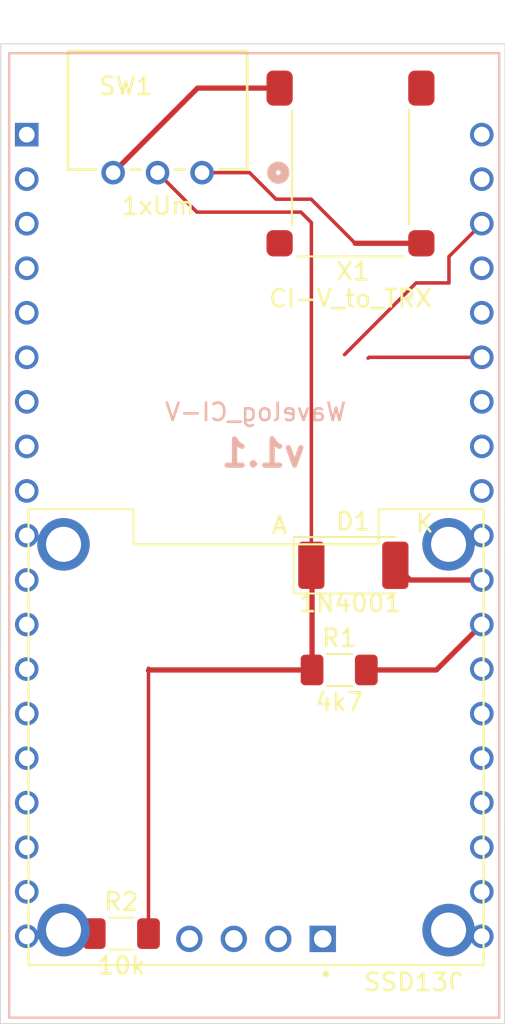
<source format=kicad_pcb>
(kicad_pcb (version 20240108) (generator "pcbnew") (generator_version "8.0")
  (layers (0 "F.Cu" signal) (31 "B.Cu" signal) (34 "B.Paste" user) (35 "F.Paste" user) (36 "B.SilkS" user "B.Silkscreen") (37 "F.SilkS" user "F.Silkscreen") (38 "B.Mask" user) (39 "F.Mask" user) (44 "Edge.Cuts" user))
  (net 0 "")
  (footprint "Resistor_SMD:R_1206_3216Metric_Pad1.30x1.75mm_HandSolder" (layer "F.Cu") (at 155.194 107.0864)
    (property "Reference" "R1" (at 0 -1.82 0) (layer "F.SilkS"))
    (property "Value" "4k7" (at 0 1.82 0) (layer "F.SilkS"))
    (fp_line (start -0.727064 -0.91) (end 0.727064 -0.91) (stroke (width 0.12)) (layer "F.SilkS"))
    (fp_line (start -0.727064 0.91) (end 0.727064 0.91) (stroke (width 0.12)) (layer "F.SilkS"))
    (pad "1" smd roundrect (at -1.55 0) (size 1.3 1.75) (layers "F.Cu" "F.Paste" "F.Mask") (roundrect_rratio 0.192308))
    (pad "2" smd roundrect (at 1.55 0) (size 1.3 1.75) (layers "F.Cu" "F.Paste" "F.Mask") (roundrect_rratio 0.192308))
  )
  (footprint "footprints:SW3_NK236W_APM" (layer "F.Cu") (at 144.8181 78.7249 180)
    (property "Reference" "SW1" (at 1.8161 4.9379 0) (layer "F.SilkS"))
    (property "Value" "1xUm" (at -0.0381 -1.8947 0) (layer "F.SilkS"))
    (fp_circle (center -6.8961 0) (end -6.5151 0) (stroke (width 0.508)) (fill none) (layer "B.SilkS"))
    (fp_line (start 5.1181 6.9294) (end 5.1181 0.173) (stroke (width 0.1524)) (layer "F.SilkS"))
    (fp_line (start 5.1181 0.173) (end 3.530851 0.173) (stroke (width 0.1524)) (layer "F.SilkS"))
    (fp_line (start 1.549149 0.173) (end 0.990851 0.173) (stroke (width 0.1524)) (layer "F.SilkS"))
    (fp_line (start -0.990851 0.173) (end -1.549149 0.173) (stroke (width 0.1524)) (layer "F.SilkS"))
    (fp_line (start -3.530851 0.173) (end -5.1181 0.173) (stroke (width 0.1524)) (layer "F.SilkS"))
    (fp_line (start -5.1181 6.9294) (end 5.1181 6.9294) (stroke (width 0.1524)) (layer "F.SilkS"))
    (fp_line (start -5.1181 0.173) (end -5.1181 6.9294) (stroke (width 0.1524)) (layer "F.SilkS"))
    (fp_circle (center -6.8961 0) (end -6.5151 0) (stroke (width 0.508)) (fill none) (layer "F.SilkS"))
    (pad "1" thru_hole circle (at 0 0 180) (size 1.3462 1.3462) (drill 0.8382) (layers "*.Cu" "*.Mask"))
    (pad "2" thru_hole circle (at -2.54 0 180) (size 1.3462 1.3462) (drill 0.8382) (layers "*.Cu" "*.Mask"))
    (pad "3" thru_hole circle (at 2.54 0 180) (size 1.3462 1.3462) (drill 0.8382) (layers "*.Cu" "*.Mask"))
  )
  (footprint "footprints:P9_DO-213AB_Melf" (layer "F.Cu") (at 153.6039 101.1174)
    (property "Reference" "D1" (at 2.4 -2.5 0) (layer "F.SilkS"))
    (property "Value" "1N4001" (at 2.2251 2.159 0) (layer "F.SilkS"))
    (fp_line (start -1.01 -1.61) (end -1.01 1.61) (stroke (width 0.12)) (layer "F.SilkS"))
    (fp_line (start -1.01 1.61) (end 4.8 1.61) (stroke (width 0.12)) (layer "F.SilkS"))
    (fp_line (start 4.8 -1.61) (end -1.01 -1.61) (stroke (width 0.12)) (layer "F.SilkS"))
    (pad "1" smd roundrect (at 0 0) (size 1.5 2.7) (layers "F.Cu" "F.Paste" "F.Mask") (roundrect_rratio 0.1666666667))
    (pad "2" smd roundrect (at 4.8 0) (size 1.5 2.7) (layers "F.Cu" "F.Paste" "F.Mask") (roundrect_rratio 0.1666666667))
  )
  (footprint "Connector_Audio:Jack_3.5mm_Lumberg_1503_02_Horizontal" (layer "F.Cu") (at 155.8404 76.4032)
    (property "Reference" "X1" (at 0.141 7.9502 0) (layer "F.SilkS"))
    (property "Value" "CI-V_to_TRX" (at 0 9.5 0) (layer "F.SilkS"))
    (fp_line (start -3.35 -1.24) (end -3.35 5.29) (stroke (width 0.12)) (layer "F.SilkS"))
    (fp_line (start 3.04 7.1) (end -3.04 7.1) (stroke (width 0.12)) (layer "F.SilkS"))
    (fp_line (start 3.35 -1.24) (end 3.35 5.29) (stroke (width 0.12)) (layer "F.SilkS"))
    (pad "" np_thru_hole circle (at -2.5 2.5) (size 1.2 1.2) (drill 1.2) (layers "F&B.Cu" "*.Mask"))
    (pad "" np_thru_hole circle (at 2.5 2.5) (size 1.2 1.2) (drill 1.2) (layers "F&B.Cu" "*.Mask"))
    (pad "R" smd roundrect (at 4.05 6.35) (size 1.5 1.5) (layers "F.Cu" "F.Paste" "F.Mask"))
    (pad "S" smd roundrect (at -4.05 6.35) (size 1.5 1.5) (layers "F.Cu" "F.Paste" "F.Mask"))
    (pad "T" smd roundrect (at -4.05 -2.5) (size 1.5 2) (layers "F.Cu" "F.Paste" "F.Mask"))
    (pad "T" smd roundrect (at 4.05 -2.5) (size 1.5 2) (layers "F.Cu" "F.Paste" "F.Mask"))
  )
  (footprint "footprints:MODULE_DM-OLED096-636" (layer "F.Cu") (at 150.4442 110.9218 180)
    (property "Reference" "SSD1306" (at -9.525 -13.97 0) (layer "F.SilkS"))
    (property "Value" "MODULE_DM-OLED096-636" (hide yes))
    (fp_line (start 13 13) (end 7 13) (stroke (width 0.127)) (layer "F.SilkS"))
    (fp_line (start 13 -13) (end 13 13) (stroke (width 0.127)) (layer "F.SilkS"))
    (fp_line (start 7 13) (end 7 11) (stroke (width 0.127)) (layer "F.SilkS"))
    (fp_line (start 7 11) (end -7 11) (stroke (width 0.127)) (layer "F.SilkS"))
    (fp_line (start -7 13) (end -13 13) (stroke (width 0.127)) (layer "F.SilkS"))
    (fp_line (start -7 11) (end -7 13) (stroke (width 0.127)) (layer "F.SilkS"))
    (fp_line (start -13 13) (end -13 -13) (stroke (width 0.127)) (layer "F.SilkS"))
    (fp_line (start -13 -13) (end 13 -13) (stroke (width 0.127)) (layer "F.SilkS"))
    (fp_circle (center -4 -13.5) (end -3.9 -13.5) (stroke (width 0.2)) (fill none) (layer "F.SilkS"))
    (pad "1" thru_hole rect (at -3.81 -11.5 180) (size 1.508 1.508) (drill 1) (layers "*.Cu" "*.Mask"))
    (pad "2" thru_hole circle (at -1.27 -11.5 180) (size 1.508 1.508) (drill 1) (layers "*.Cu" "*.Mask"))
    (pad "3" thru_hole circle (at 1.27 -11.5 180) (size 1.508 1.508) (drill 1) (layers "*.Cu" "*.Mask"))
    (pad "4" thru_hole circle (at 3.81 -11.5 180) (size 1.508 1.508) (drill 1) (layers "*.Cu" "*.Mask"))
    (pad "S1" thru_hole circle (at -11 -11 180) (size 3 3) (drill 2) (layers "*.Cu" "*.Mask"))
    (pad "S2" thru_hole circle (at 11 -11 180) (size 3 3) (drill 2) (layers "*.Cu" "*.Mask"))
    (pad "S3" thru_hole circle (at 11 11 180) (size 3 3) (drill 2) (layers "*.Cu" "*.Mask"))
    (pad "S4" thru_hole circle (at -11 11 180) (size 3 3) (drill 2) (layers "*.Cu" "*.Mask"))
  )
  (footprint "Resistor_SMD:R_1206_3216Metric_Pad1.30x1.75mm_HandSolder" (layer "F.Cu") (at 142.748 122.1232)
    (property "Reference" "R2" (at 0 -1.82 0) (layer "F.SilkS"))
    (property "Value" "10k" (at 0 1.82 0) (layer "F.SilkS"))
    (fp_line (start -0.727064 -0.91) (end 0.727064 -0.91) (stroke (width 0.12)) (layer "F.SilkS"))
    (fp_line (start -0.727064 0.91) (end 0.727064 0.91) (stroke (width 0.12)) (layer "F.SilkS"))
    (pad "1" smd roundrect (at -1.55 0) (size 1.3 1.75) (layers "F.Cu" "F.Paste" "F.Mask") (roundrect_rratio 0.192308))
    (pad "2" smd roundrect (at 1.55 0) (size 1.3 1.75) (layers "F.Cu" "F.Paste" "F.Mask") (roundrect_rratio 0.192308))
  )
  (footprint "footprints:MODULE_ESP32_NODEMCU" (layer "B.Cu") (at 150.3426 99.4156 180)
    (property "Reference" "REF**" (hide yes))
    (property "Value" "Wavelog_CI-V" (at -0.0762 7.0358 0) (layer "B.SilkS") (effects (justify mirror)))
    (fp_line (start 14 27.5) (end -14 27.5) (stroke (width 0.127)) (layer "B.SilkS"))
    (fp_line (start 14 -27.5) (end 14 27.5) (stroke (width 0.127)) (layer "B.SilkS"))
    (fp_line (start 14 -27.5) (end -14 -27.5) (stroke (width 0.127)) (layer "B.SilkS"))
    (fp_line (start -14 -27.5) (end -14 27.5) (stroke (width 0.127)) (layer "B.SilkS"))
    (pad "" np_thru_hole circle (at -12.5 -26 180) (size 2.25 2.25) (drill 2.25) (layers "*.Cu" "*.Mask"))
    (pad "" np_thru_hole circle (at -12.5 26 180) (size 2.25 2.25) (drill 2.25) (layers "*.Cu" "*.Mask"))
    (pad "" np_thru_hole circle (at 12.5 -26 180) (size 2.25 2.25) (drill 2.25) (layers "*.Cu" "*.Mask"))
    (pad "" np_thru_hole circle (at 12.5 26 180) (size 2.25 2.25) (drill 2.25) (layers "*.Cu" "*.Mask"))
    (pad "J4_1" thru_hole rect (at 13 22.86 180) (size 1.35 1.35) (drill 0.9) (layers "*.Cu" "*.Mask"))
    (pad "J4_2" thru_hole circle (at 13 20.32 180) (size 1.35 1.35) (drill 0.9) (layers "*.Cu" "*.Mask"))
    (pad "J4_3" thru_hole circle (at 13 17.78 180) (size 1.35 1.35) (drill 0.9) (layers "*.Cu" "*.Mask"))
    (pad "J4_4" thru_hole circle (at 13 15.24 180) (size 1.35 1.35) (drill 0.9) (layers "*.Cu" "*.Mask"))
    (pad "J4_5" thru_hole circle (at 13 12.7 180) (size 1.35 1.35) (drill 0.9) (layers "*.Cu" "*.Mask"))
    (pad "J4_6" thru_hole circle (at 13 10.16 180) (size 1.35 1.35) (drill 0.9) (layers "*.Cu" "*.Mask"))
    (pad "J4_7" thru_hole circle (at 13 7.62 180) (size 1.35 1.35) (drill 0.9) (layers "*.Cu" "*.Mask"))
    (pad "J4_8" thru_hole circle (at 13 5.08 180) (size 1.35 1.35) (drill 0.9) (layers "*.Cu" "*.Mask"))
    (pad "J4_9" thru_hole circle (at 13 2.54 180) (size 1.35 1.35) (drill 0.9) (layers "*.Cu" "*.Mask"))
    (pad "J4_10" thru_hole circle (at 13 0 180) (size 1.35 1.35) (drill 0.9) (layers "*.Cu" "*.Mask"))
    (pad "J4_11" thru_hole circle (at 13 -2.54 180) (size 1.35 1.35) (drill 0.9) (layers "*.Cu" "*.Mask"))
    (pad "J4_12" thru_hole circle (at 13 -5.08 180) (size 1.35 1.35) (drill 0.9) (layers "*.Cu" "*.Mask"))
    (pad "J4_13" thru_hole circle (at 13 -7.62 180) (size 1.35 1.35) (drill 0.9) (layers "*.Cu" "*.Mask"))
    (pad "J4_14" thru_hole circle (at 13 -10.16 180) (size 1.35 1.35) (drill 0.9) (layers "*.Cu" "*.Mask"))
    (pad "J4_15" thru_hole circle (at 13 -12.7 180) (size 1.35 1.35) (drill 0.9) (layers "*.Cu" "*.Mask"))
    (pad "J4_16" thru_hole circle (at 13 -15.24 180) (size 1.35 1.35) (drill 0.9) (layers "*.Cu" "*.Mask"))
    (pad "J4_17" thru_hole circle (at 13 -17.78 180) (size 1.35 1.35) (drill 0.9) (layers "*.Cu" "*.Mask"))
    (pad "J4_18" thru_hole circle (at 13 -20.32 180) (size 1.35 1.35) (drill 0.9) (layers "*.Cu" "*.Mask"))
    (pad "J4_19" thru_hole circle (at 13 -22.86 180) (size 1.35 1.35) (drill 0.9) (layers "*.Cu" "*.Mask"))
    (pad "J5_1" thru_hole circle (at -13 -22.86 180) (size 1.35 1.35) (drill 0.9) (layers "*.Cu" "*.Mask"))
    (pad "J5_2" thru_hole circle (at -13 -20.32 180) (size 1.35 1.35) (drill 0.9) (layers "*.Cu" "*.Mask"))
    (pad "J5_3" thru_hole circle (at -13 -17.78 180) (size 1.35 1.35) (drill 0.9) (layers "*.Cu" "*.Mask"))
    (pad "J5_4" thru_hole circle (at -13 -15.24 180) (size 1.35 1.35) (drill 0.9) (layers "*.Cu" "*.Mask"))
    (pad "J5_5" thru_hole circle (at -13 -12.7 180) (size 1.35 1.35) (drill 0.9) (layers "*.Cu" "*.Mask"))
    (pad "J5_6" thru_hole circle (at -13 -10.16 180) (size 1.35 1.35) (drill 0.9) (layers "*.Cu" "*.Mask"))
    (pad "J5_7" thru_hole circle (at -13 -7.62 180) (size 1.35 1.35) (drill 0.9) (layers "*.Cu" "*.Mask"))
    (pad "J5_8" thru_hole circle (at -13 -5.08 180) (size 1.35 1.35) (drill 0.9) (layers "*.Cu" "*.Mask"))
    (pad "J5_9" thru_hole circle (at -13 -2.54 180) (size 1.35 1.35) (drill 0.9) (layers "*.Cu" "*.Mask"))
    (pad "J5_10" thru_hole circle (at -13 0 180) (size 1.35 1.35) (drill 0.9) (layers "*.Cu" "*.Mask"))
    (pad "J5_11" thru_hole circle (at -13 2.54 180) (size 1.35 1.35) (drill 0.9) (layers "*.Cu" "*.Mask"))
    (pad "J5_12" thru_hole circle (at -13 5.08 180) (size 1.35 1.35) (drill 0.9) (layers "*.Cu" "*.Mask"))
    (pad "J5_13" thru_hole circle (at -13 7.62 180) (size 1.35 1.35) (drill 0.9) (layers "*.Cu" "*.Mask"))
    (pad "J5_14" thru_hole circle (at -13 10.16 180) (size 1.35 1.35) (drill 0.9) (layers "*.Cu" "*.Mask"))
    (pad "J5_15" thru_hole circle (at -13 12.7 180) (size 1.35 1.35) (drill 0.9) (layers "*.Cu" "*.Mask"))
    (pad "J5_16" thru_hole circle (at -13 15.24 180) (size 1.35 1.35) (drill 0.9) (layers "*.Cu" "*.Mask"))
    (pad "J5_17" thru_hole circle (at -13 17.78 180) (size 1.35 1.35) (drill 0.9) (layers "*.Cu" "*.Mask"))
    (pad "J5_18" thru_hole circle (at -13 20.32 180) (size 1.35 1.35) (drill 0.9) (layers "*.Cu" "*.Mask"))
    (pad "J5_19" thru_hole circle (at -13 22.86 180) (size 1.35 1.35) (drill 0.9) (layers "*.Cu" "*.Mask"))
  )
  (gr_line (start 135.8646 71.374) (end 164.6682 71.374) (stroke (width 0.05)) (layer "Edge.Cuts"))
  (gr_line (start 164.6428 127.254) (end 135.8392 127.254) (stroke (width 0.05)) (layer "Edge.Cuts"))
  (gr_line (start 164.6682 71.374) (end 164.6428 127.254) (stroke (width 0.05)) (layer "Edge.Cuts"))
  (gr_line (start 135.8392 127.254) (end 135.8646 71.374) (stroke (width 0.05)) (layer "Edge.Cuts"))
  (gr_text "v1.1" (at 153.416 95.6056 0) (layer "B.SilkS") (effects (font (size 1.5 1.5) (thickness 0.3) (bold yes)) (justify left bottom mirror)))
  (gr_text "A" (at 151.257 99.4156 0) (layer "F.SilkS") (effects (font (size 1 1)) (justify left bottom)))
  (gr_text "K" (at 159.4866 99.314 0) (layer "F.SilkS") (effects (font (size 1 1)) (justify left bottom)))
  (segment (start 147.3581 78.7249) (end 150.0735 78.7249) (width 0.2) (layer "F.Cu") (net 0))
  (segment (start 144.298 122.1232) (end 144.298 107.1118) (width 0.2) (layer "F.Cu") (net 0))
  (segment (start 161.4678 83.5104) (end 163.3426 81.6356) (width 0.2) (layer "F.Cu") (net 0))
  (segment (start 159.2421 101.9556) (end 158.4039 101.1174) (width 0.3) (layer "F.Cu") (net 0))
  (segment (start 163.3426 101.9556) (end 159.2421 101.9556) (width 0.3) (layer "F.Cu") (net 0))
  (segment (start 153.644 107.0864) (end 153.644 101.1575) (width 0.3) (layer "F.Cu") (net 0))
  (segment (start 161.4678 85.0138) (end 161.4678 83.5104) (width 0.2) (layer "F.Cu") (net 0))
  (segment (start 150.0735 78.7249) (end 151.5872 80.2386) (width 0.2) (layer "F.Cu") (net 0))
  (segment (start 147.0998 73.9032) (end 142.2781 78.7249) (width 0.3) (layer "F.Cu") (net 0))
  (segment (start 153.5938 80.2386) (end 156.1084 82.7532) (width 0.2) (layer "F.Cu") (net 0))
  (segment (start 155.4988 89.1032) (end 159.5882 85.0138) (width 0.2) (layer "F.Cu") (net 0))
  (segment (start 153.0096 80.9752) (end 153.6039 81.5695) (width 0.2) (layer "F.Cu") (net 0))
  (segment (start 153.644 107.0864) (end 144.3234 107.0864) (width 0.3) (layer "F.Cu") (net 0))
  (segment (start 147.0684 80.9752) (end 153.0096 80.9752) (width 0.2) (layer "F.Cu") (net 0))
  (segment (start 156.744 107.0864) (end 160.7518 107.0864) (width 0.3) (layer "F.Cu") (net 0))
  (segment (start 159.8904 82.7532) (end 156.1084 82.7532) (width 0.3) (layer "F.Cu") (net 0))
  (segment (start 153.644 107.0864) (end 153.644 106.9092) (width 0.3) (layer "F.Cu") (net 0))
  (segment (start 153.644 106.9092) (end 153.2991 106.5643) (width 0.3) (layer "F.Cu") (net 0))
  (segment (start 141.0456 122.2756) (end 141.198 122.1232) (width 0.3) (layer "F.Cu") (net 0))
  (segment (start 144.3234 107.0864) (end 144.298 107.1118) (width 0.3) (layer "F.Cu") (net 0))
  (segment (start 156.8958 89.2556) (end 163.3426 89.2556) (width 0.2) (layer "F.Cu") (net 0))
  (segment (start 137.3426 122.2756) (end 141.0456 122.2756) (width 0.3) (layer "F.Cu") (net 0))
  (segment (start 160.7518 107.0864) (end 163.3426 104.4956) (width 0.3) (layer "F.Cu") (net 0))
  (segment (start 156.845 89.3064) (end 156.8958 89.2556) (width 0.2) (layer "F.Cu") (net 0))
  (segment (start 159.5882 85.0138) (end 161.4678 85.0138) (width 0.2) (layer "F.Cu") (net 0))
  (segment (start 153.6039 81.5695) (end 153.6039 101.1174) (width 0.2) (layer "F.Cu") (net 0))
  (segment (start 144.298 107.1118) (end 144.298 106.9854) (width 0.2) (layer "F.Cu") (net 0))
  (segment (start 151.7904 73.9032) (end 147.0998 73.9032) (width 0.3) (layer "F.Cu") (net 0))
  (segment (start 153.644 101.1575) (end 153.6039 101.1174) (width 0.3) (layer "F.Cu") (net 0))
  (segment (start 151.5872 80.2386) (end 153.5938 80.2386) (width 0.2) (layer "F.Cu") (net 0))
  (segment (start 149.6314 121.9646) (end 149.1742 122.4218) (width 0.2) (layer "F.Cu") (net 0))
  (segment (start 144.8181 78.7249) (end 147.0684 80.9752) (width 0.2) (layer "F.Cu") (net 0))
)
</source>
